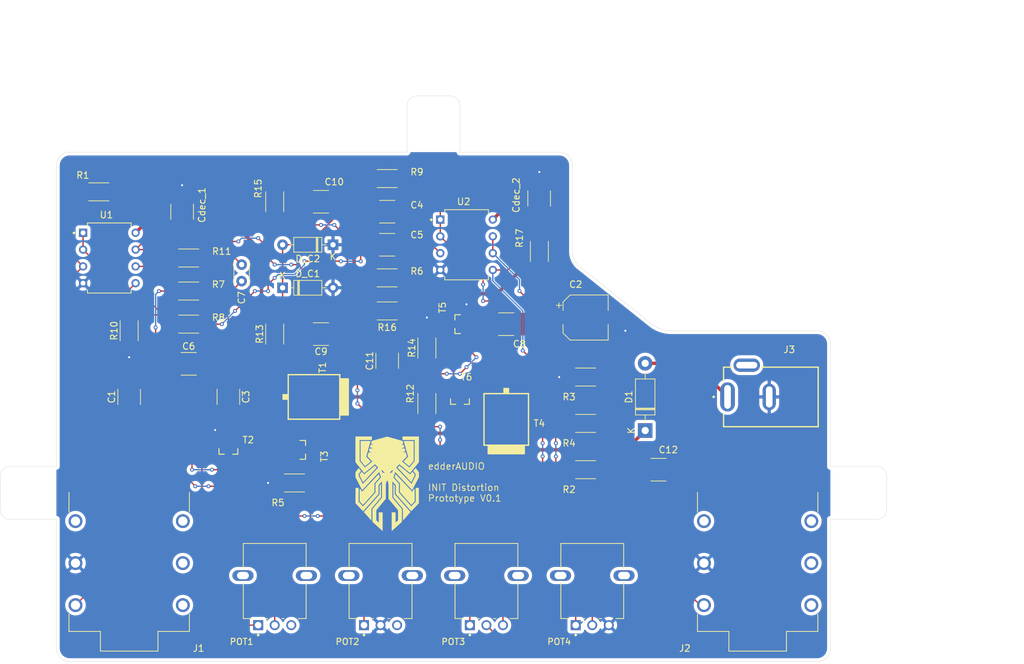
<source format=kicad_pcb>
(kicad_pcb (version 20240108) (generator "pcbnew") (generator_version "8.0")
  (title_block (title "D1 Prototype PCB v0.1") (date "2024-04-12") (rev "v0.1") (company "Krakenvolt Audio Devices"))
  (layers (0 "F.Cu" signal) (31 "B.Cu" signal) (34 "B.Paste" user) (35 "F.Paste" user) (36 "B.SilkS" user "B.Silkscreen") (37 "F.SilkS" user "F.Silkscreen") (38 "B.Mask" user) (39 "F.Mask" user) (44 "Edge.Cuts" user))
  (net 0 "")
  (net 1 "Net-(C1-Pad1)")
  (net 2 "Net-(U1A-1IN+)")
  (net 3 "GND")
  (net 4 "+9V")
  (net 5 "Net-(U1A-1IN-)")
  (net 6 "Net-(C3-Pad2)")
  (net 7 "HF_BOOST")
  (net 8 "Net-(C4-Pad2)")
  (net 9 "Net-(U2A-1IN+)")
  (net 10 "Net-(C6-Pad1)")
  (net 11 "Net-(C7-Pad1)")
  (net 12 "Net-(U1B-2IN-)")
  (net 13 "Net-(U2A-1IN-)")
  (net 14 "Net-(C8-Pad2)")
  (net 15 "Net-(U1B-2OUT)")
  (net 16 "Net-(C9-Pad2)")
  (net 17 "Net-(C10-Pad2)")
  (net 18 "Net-(D_C1-K)")
  (net 19 "Net-(C11-Pad1)")
  (net 20 "Net-(C11-Pad2)")
  (net 21 "Net-(C12-Pad1)")
  (net 22 "Net-(C12-Pad2)")
  (net 23 "Net-(D1-K)")
  (net 24 "Net-(D1-A)")
  (net 35 "Net-(POT2-Pad1)")
  (net 36 "Net-(U2B-2IN+)")
  (net 37 "Net-(POT3-Pad1)")
  (net 38 "Net-(POT3-Pad3)")
  (net 39 "Net-(U2B-2IN-)")
  (net 40 "4.5V")
  (net 41 "Net-(U1B-2IN+)")
  (net 42 "Net-(T1-Pad3)")
  (net 43 "Net-(T4-Pad3)")
  (footprint "Resistor_SMD:R_2010_5025Metric_Pad1.40x2.65mm_HandSolder" (layer "F.Cu") (at 126 62.5 -90)
    (property "Reference" "R15")
    (property "Value" "1k")
  )
  (footprint "TL072:TL072footprint" (layer "F.Cu") (at 101 71)
    (property "Reference" "U1")
    (property "Value" "TL072")
  )
  (footprint "9mm APLHA:POT_RD901F-40-15R1-B100K-00DL1" (layer "F.Cu") (at 142 119 90)
    (property "Reference" "POT2")
    (property "Value" "500k")
  )
  (footprint "Capacitor_SMD:CP_Elec_6.3x5.4" (layer "F.Cu") (at 173 80)
    (property "Reference" "C2")
    (property "Value" "100u")
  )
  (footprint "Resistor_SMD:R_2010_5025Metric_Pad1.40x2.65mm_HandSolder" (layer "F.Cu") (at 99.4 61 180)
    (property "Reference" "R1")
    (property "Value" "1M")
  )
  (footprint "Capacitor_SMD:C_1812_4532Metric_Pad1.57x3.40mm_HandSolder" (layer "F.Cu") (at 113 87)
    (property "Reference" "C6")
    (property "Value" "0.1u")
  )
  (footprint "TL072:TL072footprint" (layer "F.Cu") (at 155 69)
    (property "Reference" "U2")
    (property "Value" "TL072")
  )
  (footprint "Capacitor_SMD:C_1812_4532Metric_Pad1.57x3.40mm_HandSolder" (layer "F.Cu") (at 133 62.5 180)
    (property "Reference" "C10")
    (property "Value" "0.1u")
  )
  (footprint "Jack DCJ200 DC_2.1_THT:GCT_DCJ200-10-A-XX-K_REVA" (layer "F.Cu") (at 201 92 90)
    (property "Reference" "J3")
    (property "Value" "DC jack")
  )
  (footprint "Resistor_SMD:R_2010_5025Metric_Pad1.40x2.65mm_HandSolder" (layer "F.Cu") (at 113 81 180)
    (property "Reference" "R8")
    (property "Value" "10K")
  )
  (footprint "Resistor_SMD:R_2010_5025Metric_Pad1.40x2.65mm_HandSolder" (layer "F.Cu") (at 126 82.5 90)
    (property "Reference" "R13")
    (property "Value" "330")
  )
  (footprint "Resistor_SMD:R_2010_5025Metric_Pad1.40x2.65mm_HandSolder" (layer "F.Cu") (at 149 84.6 90)
    (property "Reference" "R14")
    (property "Value" "R")
  )
  (footprint "Capacitor_SMD:C_1812_4532Metric_Pad1.57x3.40mm_HandSolder" (layer "F.Cu") (at 143 86.54 90)
    (property "Reference" "C11")
    (property "Value" "0.1u")
  )
  (footprint "Resistor_SMD:R_2010_5025Metric_Pad1.40x2.65mm_HandSolder" (layer "F.Cu") (at 129 105 180)
    (property "Reference" "R5")
    (property "Value" "R")
  )
  (footprint "Resistor_SMD:R_2010_5025Metric_Pad1.40x2.65mm_HandSolder" (layer "F.Cu") (at 173 103 180)
    (property "Reference" "R2")
    (property "Value" "47")
  )
  (footprint "MountingHole:MountingHole_3.2mm_M3" (layer "F.Cu") (at 214 106.5)
    (property "Reference" "REF**" (hide yes))
    (property "Value" "MountingHole_3.2mm_M3" (hide yes))
  )
  (footprint "TRS_JACK_6.3mm:NEUTRIK_NMJ6HFD2-AU" (layer "F.Cu") (at 104 106.425 180)
    (property "Reference" "J1")
    (property "Value" "Jack entrada")
  )
  (footprint "Resistor_SMD:R_2010_5025Metric_Pad1.40x2.65mm_HandSolder" (layer "F.Cu") (at 173 96)
    (property "Reference" "R4")
    (property "Value" "1M")
  )
  (footprint "9mm APLHA:POT_RD901F-40-15R1-B100K-00DL1" (layer "F.Cu") (at 158 119 90)
    (property "Reference" "POT3")
    (property "Value" "10K")
  )
  (footprint "Resistor_SMD:R_2010_5025Metric_Pad1.40x2.65mm_HandSolder" (layer "F.Cu") (at 113 71 180)
    (property "Reference" "R11")
    (property "Value" "500k")
  )
  (footprint "Resistor_SMD:R_2010_5025Metric_Pad1.40x2.65mm_HandSolder" (layer "F.Cu") (at 104 82 90)
    (property "Reference" "R10")
    (property "Value" "1M")
  )
  (footprint "MMBF170:SOT23" (layer "F.Cu") (at 130 100 -90)
    (property "Reference" "T3")
    (property "Value" "MMBF170")
  )
  (footprint "9mm APLHA:POT_RD901F-40-15R1-B100K-00DL1" (layer "F.Cu") (at 174 119 90)
    (property "Reference" "POT4")
    (property "Value" "10K")
  )
  (footprint "Capacitor_SMD:C_1812_4532Metric_Pad1.57x3.40mm_HandSolder" (layer "F.Cu") (at 133 82.5 180)
    (property "Reference" "C9")
    (property "Value" "0.1u")
  )
  (footprint "Resistor_SMD:R_2010_5025Metric_Pad1.40x2.65mm_HandSolder" (layer "F.Cu") (at 173 89 180)
    (property "Reference" "R3")
    (property "Value" "1M")
  )
  (footprint "Capacitor_SMD:C_1812_4532Metric_Pad1.57x3.40mm_HandSolder" (layer "F.Cu") (at 184 103)
    (property "Reference" "C12")
    (property "Value" "0.1u")
  )
  (footprint "TRS_JACK_6.3mm:NEUTRIK_NMJ6HFD2-AU" (layer "F.Cu") (at 199 106.425 180)
    (property "Reference" "J2")
    (property "Value" "Jack salida")
  )
  (footprint "MountingHole:MountingHole_3.2mm_M3" (layer "F.Cu") (at 89 106.5)
    (property "Reference" "REF**" (hide yes))
    (property "Value" "MountingHole_3.2mm_M3" (hide yes))
  )
  (footprint "Capacitor_THT:C_Disc_D3.4mm_W2.1mm_P2.50mm" (layer "F.Cu") (at 121 74.5 90)
    (property "Reference" "C7")
    (property "Value" "47n")
  )
  (footprint "FDD4141:TO252-DPAK" (layer "F.Cu") (at 132.54 92 -90)
    (property "Reference" "T1")
    (property "Value" "FDD4141")
  )
  (footprint "Capacitor_SMD:C_1812_4532Metric_Pad1.57x3.40mm_HandSolder" (layer "F.Cu") (at 165.97 62 90)
    (property "Reference" "Cdec_2")
    (property "Value" "0.01u")
  )
  (footprint "Capacitor_SMD:C_1812_4532Metric_Pad1.57x3.40mm_HandSolder" (layer "F.Cu") (at 143 69)
    (property "Reference" "C5")
    (property "Value" "0.01u")
  )
  (footprint "Diode_THT:D_DO-41_SOD81_P10.16mm_Horizontal" (layer "F.Cu") (at 182 97.08 90)
    (property "Reference" "D1")
    (property "Value" "1N5817")
  )
  (footprint "FDD4141:TO252-DPAK" (layer "F.Cu") (at 161 96 180)
    (property "Reference" "T4")
    (property "Value" "FDD4141")
  )
  (footprint "MountingHole:MountingHole_3.2mm_M3" (layer "F.Cu") (at 150 51 -90)
    (property "Reference" "REF**" (hide yes))
    (property "Value" "MountingHole_3.2mm_M3" (hide yes))
  )
  (footprint "Resistor_SMD:R_2010_5025Metric_Pad1.40x2.65mm_HandSolder" (layer "F.Cu") (at 166 70 90)
    (property "Reference" "R17")
    (property "Value" "1M")
  )
  (footprint "Capacitor_SMD:C_1812_4532Metric_Pad1.57x3.40mm_HandSolder" (layer "F.Cu") (at 119 92 -90)
    (property "Reference" "C3")
    (property "Value" "0.1u")
  )
  (footprint "Resistor_SMD:R_2010_5025Metric_Pad1.40x2.65mm_HandSolder" (layer "F.Cu") (at 149 93 -90)
    (property "Reference" "R12")
    (property "Value" "500k")
  )
  (footprint "Capacitor_SMD:C_1812_4532Metric_Pad1.57x3.40mm_HandSolder" (layer "F.Cu") (at 143 64)
    (property "Reference" "C4")
    (property "Value" "0.01u")
  )
  (footprint "Capacitor_SMD:C_1812_4532Metric_Pad1.57x3.40mm_HandSolder" (layer "F.Cu") (at 161 81 180)
    (property "Reference" "C8")
    (property "Value" "0.01u")
  )
  (footprint "Resistor_SMD:R_2010_5025Metric_Pad1.40x2.65mm_HandSolder" (layer "F.Cu") (at 113 76)
    (property "Reference" "R7")
    (property "Value" "50k")
  )
  (footprint "Resistor_SMD:R_2010_5025Metric_Pad1.40x2.65mm_HandSolder" (layer "F.Cu") (at 143 74)
    (property "Reference" "R6")
    (property "Value" "6.2k")
  )
  (footprint "Capacitor_SMD:C_1812_4532Metric_Pad1.57x3.40mm_HandSolder" (layer "F.Cu") (at 112 64 90)
    (property "Reference" "Cdec_1")
    (property "Value" "0.01u")
  )
  (footprint "9mm APLHA:POT_RD901F-40-15R1-B100K-00DL1" (layer "F.Cu") (at 126 119 90)
    (property "Reference" "POT1")
    (property "Value" "500k")
  )
  (footprint "MMBF170:SOT23" (layer "F.Cu") (at 119 100 180)
    (property "Reference" "T2")
    (property "Value" "MMBF170")
  )
  (footprint "Gráficos:Kraken_15cm" (layer "F.Cu") (at 143 106)
    (property "Reference" "G***" (hide yes))
    (property "Value" "LOGO" (hide yes))
  )
  (footprint "MMBF170:SOT23" (layer "F.Cu") (at 153.9 81 90)
    (property "Reference" "T5")
    (property "Value" "MMBF170")
  )
  (footprint "Resistor_SMD:R_2010_5025Metric_Pad1.40x2.65mm_HandSolder" (layer "F.Cu") (at 143 59 180)
    (property "Reference" "R9")
    (property "Value" "6.2k")
  )
  (footprint "MMBF170:SOT23" (layer "F.Cu") (at 154 92.46 180)
    (property "Reference" "T6")
    (property "Value" "MMBF170")
  )
  (footprint "Resistor_SMD:R_2010_5025Metric_Pad1.40x2.65mm_HandSolder" (layer "F.Cu") (at 143 79 180)
    (property "Reference" "R16")
    (property "Value" "1k")
  )
  (footprint "Capacitor_SMD:C_1812_4532Metric_Pad1.57x3.40mm_HandSolder" (layer "F.Cu") (at 104 92 90)
    (property "Reference" "C1")
    (property "Value" "0.1u")
  )
  (footprint "Diode_THT:D_DO-35_SOD27_P7.62mm_Horizontal" (layer "F.Cu") (at 127.19 75.5)
    (property "Reference" "D_C1")
    (property "Value" "1N914")
  )
  (footprint "Diode_THT:D_DO-35_SOD27_P7.62mm_Horizontal" (layer "F.Cu") (at 134.81 69 180)
    (property "Reference" "D_C2")
    (property "Value" "1N914")
  )
  (gr_arc (start 146 48) (mid 146.43934 46.93934) (end 147.5 46.5) (stroke (width 0.05)) (layer "Edge.Cuts"))
  (gr_line (start 183 81) (end 171.87868 72.12132) (stroke (width 0.05)) (layer "Edge.Cuts"))
  (gr_line (start 154 55) (end 154 48) (stroke (width 0.05)) (layer "Edge.Cuts"))
  (gr_line (start 210 110.5) (end 217 110.5) (stroke (width 0.05)) (layer "Edge.Cuts"))
  (gr_arc (start 218.5 109) (mid 218.06066 110.06066) (end 217 110.5) (stroke (width 0.05)) (layer "Edge.Cuts"))
  (gr_line (start 93 110.5) (end 86 110.5) (stroke (width 0.05)) (layer "Edge.Cuts"))
  (gr_arc (start 169 55) (mid 170.414214 55.585786) (end 171 57) (stroke (width 0.05)) (layer "Edge.Cuts"))
  (gr_line (start 93 110.5) (end 93 130) (stroke (width 0.05)) (layer "Edge.Cuts"))
  (gr_line (start 218.5 109) (end 218.5 104) (stroke (width 0.05)) (layer "Edge.Cuts"))
  (gr_arc (start 84.5 104) (mid 84.93934 102.93934) (end 86 102.5) (stroke (width 0.05)) (layer "Edge.Cuts"))
  (gr_line (start 186 82) (end 208 82) (stroke (width 0.05)) (layer "Edge.Cuts"))
  (gr_line (start 208 132) (end 95 132) (stroke (width 0.05)) (layer "Edge.Cuts"))
  (gr_line (start 84.5 109) (end 84.5 104) (stroke (width 0.05)) (layer "Edge.Cuts"))
  (gr_line (start 210 84) (end 210 102.5) (stroke (width 0.05)) (layer "Edge.Cuts"))
  (gr_arc (start 210 130) (mid 209.414214 131.414214) (end 208 132) (stroke (width 0.05)) (layer "Edge.Cuts"))
  (gr_line (start 146 55) (end 96 55) (stroke (width 0.05)) (layer "Edge.Cuts"))
  (gr_arc (start 152.5 46.5) (mid 153.56066 46.93934) (end 154 48) (stroke (width 0.05)) (layer "Edge.Cuts"))
  (gr_line (start 154 55) (end 169 55) (stroke (width 0.05)) (layer "Edge.Cuts"))
  (gr_arc (start 93 57) (mid 93.585786 55.585786) (end 95 55) (stroke (width 0.05)) (layer "Edge.Cuts"))
  (gr_line (start 210 102.5) (end 217 102.5) (stroke (width 0.05)) (layer "Edge.Cuts"))
  (gr_arc (start 208 82) (mid 209.414214 82.585786) (end 210 84) (stroke (width 0.05)) (layer "Edge.Cuts"))
  (gr_arc (start 86 110.5) (mid 84.93934 110.06066) (end 84.5 109) (stroke (width 0.05)) (layer "Edge.Cuts"))
  (gr_line (start 93 102.5) (end 86 102.5) (stroke (width 0.05)) (layer "Edge.Cuts"))
  (gr_arc (start 186 82) (mid 184.418861 81.743416) (end 183 81) (stroke (width 0.05)) (layer "Edge.Cuts"))
  (gr_line (start 93 102.5) (end 93 57) (stroke (width 0.05)) (layer "Edge.Cuts"))
  (gr_line (start 95 55) (end 96 55) (stroke (width 0.05)) (layer "Edge.Cuts"))
  (gr_line (start 210 110.5) (end 210 130) (stroke (width 0.05)) (layer "Edge.Cuts"))
  (gr_line (start 147.5 46.5) (end 152.5 46.5) (stroke (width 0.05)) (layer "Edge.Cuts"))
  (gr_arc (start 95 132) (mid 93.585786 131.414214) (end 93 130) (stroke (width 0.05)) (layer "Edge.Cuts"))
  (gr_arc (start 171.87868 72.12132) (mid 171.228362 71.14805) (end 171 70) (stroke (width 0.05)) (layer "Edge.Cuts"))
  (gr_line (start 171 57) (end 171 70) (stroke (width 0.05)) (layer "Edge.Cuts"))
  (gr_line (start 146 55) (end 146 48) (stroke (width 0.05)) (layer "Edge.Cuts"))
  (gr_arc (start 217 102.5) (mid 218.06066 102.93934) (end 218.5 104) (stroke (width 0.05)) (layer "Edge.Cuts"))
  (gr_text "edderAUDIO\n\nINIT Distortion\nPrototype V0.1" (at 149.1 107.9 0) (layer "F.SilkS") (effects (font (size 1 1) (thickness 0.125)) (justify left bottom)))
  (segment (start 95.885 123.475) (end 104 115.36) (width 0.2) (layer "F.Cu") (net 1))
  (segment (start 104 115.36) (end 104 94.1375) (width 0.2) (layer "F.Cu") (net 1))
  (segment (start 96 88) (end 95 87) (width 0.2) (layer "F.Cu") (net 2))
  (segment (start 95 87) (end 95 74.3) (width 0.2) (layer "F.Cu") (net 2))
  (segment (start 104 89.8625) (end 101.055994 89.8625) (width 0.2) (layer "F.Cu") (net 2))
  (segment (start 95 74.3) (end 97.03 72.27) (width 0.2) (layer "F.Cu") (net 2))
  (segment (start 97.03 72.27) (end 95 70.24) (width 0.2) (layer "F.Cu") (net 2))
  (segment (start 95 70.24) (end 95 63) (width 0.2) (layer "F.Cu") (net 2))
  (segment (start 95 63) (end 97 61) (width 0.2) (layer "F.Cu") (net 2))
  (segment (start 99.193494 88) (end 96 88) (width 0.2) (layer "F.Cu") (net 2))
  (segment (start 101.055994 89.8625) (end 99.193494 88) (width 0.2) (layer "F.Cu") (net 2))
  (segment (start 177.8 82) (end 179 82) (width 0.2) (layer "F.Cu") (net 3))
  (segment (start 118.05 98.9) (end 118.05 98.05) (width 0.2) (layer "F.Cu") (net 3))
  (segment (start 112 61.8625) (end 112 60) (width 0.2) (layer "F.Cu") (net 3))
  (segment (start 149 82.2) (end 149 80) (width 0.2) (layer "F.Cu") (net 3))
  (segment (start 175.8 80) (end 177.8 82) (width 0.2) (layer "F.Cu") (net 3))
  (segment (start 165.97 58.03) (end 166 58) (width 0.2) (layer "F.Cu") (net 3))
  (segment (start 118.05 98.05) (end 117 97) (width 0.2) (layer "F.Cu") (net 3))
  (segment (start 170.6 89) (end 169 89) (width 0.2) (layer "F.Cu") (net 3))
  (segment (start 165.97 59.8625) (end 165.97 58.03) (width 0.2) (layer "F.Cu") (net 3))
  (segment (start 155 80.05) (end 155 78) (width 0.2) (layer "F.Cu") (net 3))
  (segment (start 104 84.4) (end 104 86) (width 0.2) (layer "F.Cu") (net 3))
  (segment (start 126.6 105) (end 125 105) (width 0.2) (layer "F.Cu") (net 3))
  (via (at 179 82) (size 0.6) (drill 0.3) (layers "F.Cu" "B.Cu") (net 3))
  (via (at 169 89) (size 0.6) (drill 0.3) (layers "F.Cu" "B.Cu") (net 3))
  (via (at 117 97) (size 0.6) (drill 0.3) (layers "F.Cu" "B.Cu") (net 3))
  (via (at 104 86) (size 0.6) (drill 0.3) (layers "F.Cu" "B.Cu") (net 3))
  (via (at 149 80) (size 0.6) (drill 0.3) (layers "F.Cu" "B.Cu") (net 3))
  (via (at 155 78) (size 0.6) (drill 0.3) (layers "F.Cu" "B.Cu") (net 3))
  (via (at 166 58) (size 0.6) (drill 0.3) (layers "F.Cu" "B.Cu") (net 3))
  (via (at 125 105) (size 0.6) (drill 0.3) (layers "F.Cu" "B.Cu") (net 3))
  (via (at 112 60) (size 0.6) (drill 0.3) (layers "F.Cu" "B.Cu") (net 3))
  (segment (start 120.1375 66.1375) (end 124 70) (width 0.5) (layer "F.Cu") (net 4))
  (segment (start 106.0225 66.1375) (end 104.97 67.19) (width 0.5) (layer "F.Cu") (net 4))
  (segment (start 158.56 93.56) (end 161 96) (width 0.5) (layer "F.Cu") (net 4))
  (segment (start 154 96) (end 161 96) (width 0.5) (layer "F.Cu") (net 4))
  (segment (start 160.0225 64.1375) (end 158.97 65.19) (width 0.5) (layer "F.Cu") (net 4))
  (segment (start 169 78.8) (end 170.2 80) (width 0.5) (layer "F.Cu") (net 4))
  (segment (start 169 65) (end 169 78.8) (width 0.5) (layer "F.Cu") (net 4))
  (segment (start 161 96) (end 165 100) (width 0.5) (layer "F.Cu") (net 4))
  (segment (start 124 78) (end 122 80) (width 0.5) (layer "F.Cu") (net 4))
  (segment (start 165.97 64.1375) (end 160.0225 64.1375) (width 0.5) (layer "F.Cu") (net 4))
  (segment (start 172.4 100) (end 175.4 103) (width 0.5) (layer "F.Cu") (net 4))
  (segment (start 165.97 64.1375) (end 168.1375 64.1375) (width 0.5) (layer "F.Cu") (net 4))
  (segment (start 172 80) (end 178 86) (width 0.5) (layer "F.Cu") (net 4))
  (segment (start 139 92) (end 144.5 97.5) (width 0.5) (layer "F.Cu") (net 4))
  (segment (start 112 66.1375) (end 120.1375 66.1375) (width 0.5) (layer "F.Cu") (net 4))
  (segment (start 154 93.56) (end 158.56 93.56) (width 0.5) (layer "F.Cu") (net 4))
  (segment (start 132.54 89.54) (end 132.54 92) (width 0.5) (layer "F.Cu") (net 4))
  (segment (start 178 86) (end 178 93.4) (width 0.5) (layer "F.Cu") (net 4))
  (segment (start 122 80) (end 122 86) (width 0.5) (layer "F.Cu") (net 4))
  (segment (start 178 93.4) (end 175.4 96) (width 0.5) (layer "F.Cu") (net 4))
  (segment (start 132.54 92) (end 139 92) (width 0.5) (layer "F.Cu") (net 4))
  (segment (start 112 66.1375) (end 106.0225 66.1375) (width 0.5) (layer "F.Cu") (net 4))
  (segment (start 132.54 98.56) (end 131.1 100) (width 0.5) (layer "F.Cu") (net 4))
  (segment (start 123 87) (end 130 87) (width 0.5) (layer "F.Cu") (net 4))
  (segment (start 175.4 103) (end 175.4 96) (width 0.5) (layer "F.Cu") (net 4))
  (segment (start 144.5 97.5) (end 152.5 97.5) (width 0.5) (layer "F.Cu") (net 4))
  (segment (start 132.54 92) (end 132.54 98.56) (width 0.5) (layer "F.Cu") (net 4))
  (segment (start 130 87) (end 132.54 89.54) (width 0.5) (layer "F.Cu") (net 4))
  (segment (start 122 86) (end 123 87) (width 0.5) (layer "F.Cu") (net 4))
  (segment (start 152.5 97.5) (end 154 96) (width 0.5) (layer "F.Cu") (net 4))
  (segment (start 168.1375 64.1375) (end 169 65) (width 0.5) (layer "F.Cu") (net 4))
  (segment (start 170.2 80) (end 172 80) (width 0.5) (layer "F.Cu") (net 4))
  (segment (start 124 70) (end 124 78) (width 0.5) (layer "F.Cu") (net 4))
  (segment (start 165 100) (end 172.4 100) (width 0.5) (layer "F.Cu") (net 4))
  (segment (start 97.03 69.73) (end 100.874293 73.574293) (width 0.2) (layer "F.Cu") (net 5))
  (segment (start 97.03 69.73) (end 97.03 67.19) (width 0.2) (layer "F.Cu") (net 5))
  (segment (start 107 74) (end 107 77.5) (width 0.2) (layer "F.Cu") (net 5))
  (segment (start 100.874293 73.574293) (end 106.574293 73.574293) (width 0.2) (layer "F.Cu") (net 5))
  (segment (start 106.574293 73.574293) (end 107 74) (width 0.2) (layer "F.Cu") (net 5))
  (segment (start 119 80) (end 119 89.8625) (width 0.2) (layer "F.Cu") (net 5))
  (segment (start 108.5 79) (end 118 79) (width 0.2) (layer "F.Cu") (net 5))
  (segment (start 118 79) (end 119 80) (width 0.2) (layer "F.Cu") (net 5))
  (segment (start 107 77.5) (end 108.5 79) (width 0.2) (layer "F.Cu") (net 5))
  (segment (start 123.5 126.5) (end 119.5 126.5) (width 0.2) (layer "F.Cu") (net 6))
  (segment (start 119.95 98.9) (end 119.95 95.0875) (width 0.2) (layer "F.Cu") (net 6))
  (segment (start 119 94.1375) (end 121.8525 94.1375) (width 0.2) (layer "F.Cu") (net 6))
  (segment (start 116.8625 94.1375) (end 119 94.1375) (width 0.2) (layer "F.Cu") (net 6))
  (segment (start 119.5 126.5) (end 115 122) (width 0.2) (layer "F.Cu") (net 6))
  (segment (start 121.8525 94.1375) (end 126.29 89.7) (width 0.2) (layer "F.Cu") (net 6))
  (segment (start 115 122) (end 115 96) (width 0.2) (layer "F.Cu") (net 6))
  (segment (start 115 96) (end 116.8625 94.1375) (width 0.2) (layer "F.Cu") (net 6))
  (segment (start 119.95 95.0875) (end 119 94.1375) (width 0.2) (layer "F.Cu") (net 6))
  (segment (start 139 65.8625) (end 139 71.5) (width 0.2) (layer "F.Cu") (net 7))
  (segment (start 140.8625 64) (end 139 65.8625) (width 0.2) (layer "F.Cu") (net 7))
  (segment (start 115.1375 87) (end 115.1375 81.2625) (width 0.2) (layer "F.Cu") (net 7))
  (segment (start 115.1375 81.2625) (end 115.4 81) (width 0.2) (layer "F.Cu") (net 7))
  (segment (start 115.4 81) (end 118 81) (width 0.2) (layer "F.Cu") (net 7))
  (segment (start 125 75) (end 125 76) (width 0.2) (layer "F.Cu") (net 7))
  (segment (start 120 79) (end 123 76) (width 0.2) (layer "F.Cu") (net 7))
  (segment (start 126 74) (end 125 75) (width 0.2) (layer "F.Cu") (net 7))
  (segment (start 135.973 71.473) (end 136 71.5) (width 0.2) (layer "F.Cu") (net 7))
  (segment (start 130.5 71.473) (end 135.973 71.473) (width 0.2) (layer "F.Cu") (net 7))
  (via (at 136 71.5) (size 0.6) (drill 0.3) (layers "F.Cu" "B.Cu") (net 7))
  (via (at 118 81) (size 0.6) (drill 0.3) (layers "F.Cu" "B.Cu") (net 7))
  (via (at 125 76) (size 0.6) (drill 0.3) (layers "F.Cu" "B.Cu") (net 7))
  (via (at 123 76) (size 0.6) (drill 0.3) (layers "F.Cu" "B.Cu") (net 7))
  (via (at 120 79) (size 0.6) (drill 0.3) (layers "F.Cu" "B.Cu") (net 7))
  (via (at 130.5 71.473) (size 0.6) (drill 0.3) (layers "F.Cu" "B.Cu") (net 7))
  (via (at 126 74) (size 0.6) (drill 0.3) (layers "F.Cu" "B.Cu") (net 7))
  (via (at 139 71.5) (size 0.6) (drill 0.3) (layers "F.Cu" "B.Cu") (net 7))
  (segment (start 126.5 73.5) (end 126 74) (width 0.2) (layer "B.Cu") (net 7))
  (segment (start 118 81) (end 120 79) (width 0.2) (layer "B.Cu") (net 7))
  (segment (start 123 76) (end 125 76) (width 0.2) (layer "B.Cu") (net 7))
  (segment (start 130.5 71.473) (end 130.5 72) (width 0.2) (layer "B.Cu") (net 7))
  (segment (start 136 71.5) (end 139 71.5) (width 0.2) (layer "B.Cu") (net 7))
  (segment (start 129 73.5) (end 126.5 73.5) (width 0.2) (layer "B.Cu") (net 7))
  (segment (start 130.5 72) (end 129 73.5) (width 0.2) (layer "B.Cu") (net 7))
  (segment (start 145.1375 62.187655) (end 145.1375 64) (width 0.2) (layer "F.Cu") (net 8))
  (segment (start 143.133405 66.729095) (end 140.8625 69) (width 0.2) (layer "F.Cu") (net 8))
  (segment (start 145.1375 64) (end 143.141902 65.995598) (width 0.2) (layer "F.Cu") (net 8))
  (segment (start 140.6 59) (end 140.6 60.6) (width 0.2) (layer "F.Cu") (net 8))
  (segment (start 140.6 60.6) (end 141.361205 61.361205) (width 0.2) (layer "F.Cu") (net 8))
  (segment (start 143.141902 65.995598) (end 143.141902 66.729095) (width 0.2) (layer "F.Cu") (net 8))
  (segment (start 144.31105 61.361205) (end 145.1375 62.187655) (width 0.2) (layer "F.Cu") (net 8))
  (segment (start 141.361205 61.361205) (end 144.31105 61.361205) (width 0.2) (layer "F.Cu") (net 8))
  (segment (start 143.141902 66.729095) (end 143.133405 66.729095) (width 0.2) (layer "F.Cu") (net 8))
  (segment (start 145.4 69.2625) (end 145.1375 69) (width 0.2) (layer "F.Cu") (net 9))
  (segment (start 145.4 74) (end 145.4 69.2625) (width 0.2) (layer "F.Cu") (net 9))
  (segment (start 149.76 69) (end 151.03 70.27) (width 0.2) (layer "F.Cu") (net 9))
  (segment (start 145.1375 69) (end 149.76 69) (width 0.2) (layer "F.Cu") (net 9))
  (segment (start 126 117) (end 126 126.5) (width 0.2) (layer "F.Cu") (net 10))
  (segment (start 128.9 102.5) (end 131.4 105) (width 0.2) (layer "F.Cu") (net 10))
  (segment (start 128.9 100.95) (end 128.9 102.5) (width 0.2) (layer "F.Cu") (net 10))
  (segment (start 131.4 105) (end 131.4 111.6) (width 0.2) (layer "F.Cu") (net 10))
  (segment (start 127.823 102.027) (end 124.973 102.027) (width 0.2) (layer "F.Cu") (net 10))
  (segment (start 131.4 111.6) (end 126 117) (width 0.2) (layer "F.Cu") (net 10))
  (segment (start 113.5 91.5) (end 113.5 103) (width 0.2) (layer "F.Cu") (net 10))
  (segment (start 110.8625 88.8625) (end 113.5 91.5) (width 0.2) (layer "F.Cu") (net 10))
  (segment (start 128.9 100.95) (end 127.823 102.027) (width 0.2) (layer "F.Cu") (net 10))
  (segment (start 116.5 103) (end 124 103) (width 0.2) (layer "F.Cu") (net 10))
  (segment (start 110.8625 87) (end 110.8625 88.8625) (width 0.2) (layer "F.Cu") (net 10))
  (segment (start 124.973 102.027) (end 124 103) (width 0.2) (layer "F.Cu") (net 10))
  (via (at 113.5 103) (size 0.6) (drill 0.3) (layers "F.Cu" "B.Cu") (net 10))
  (via (at 116.5 103) (size 0.6) (drill 0.3) (layers "F.Cu" "B.Cu") (net 10))
  (segment (start 113.5 103) (end 116.5 103) (width 0.2) (layer "B.Cu") (net 10))
  (segment (start 119.5 76) (end 115.4 76) (width 0.2) (layer "F.Cu") (net 11))
  (segment (start 121 74.5) (end 119.5 76) (width 0.2) (layer "F.Cu") (net 11))
  (segment (start 109.362517 73.372966) (end 108.259551 72.27) (width 0.2) (layer "F.Cu") (net 12))
  (segment (start 120 71) (end 115.4 71) (width 0.2) (layer "F.Cu") (net 12))
  (segment (start 108.259551 72.27) (end 104.97 72.27) (width 0.2) (layer "F.Cu") (net 12))
  (segment (start 115.4 71) (end 113.027034 73.372966) (width 0.2) (layer "F.Cu") (net 12))
  (segment (start 113.027034 73.372966) (end 109.362517 73.372966) (width 0.2) (layer "F.Cu") (net 12))
  (segment (start 121 72) (end 120 71) (width 0.2) (layer "F.Cu") (net 12))
  (segment (start 145.4 59) (end 148 59) (width 0.2) (layer "F.Cu") (net 13))
  (segment (start 160.496422 78.358922) (end 163.1375 81) (width 0.2) (layer "F.Cu") (net 13))
  (segment (start 157.5 77.5) (end 159.6375 77.5) (width 0.2) (layer "F.Cu") (net 13))
  (segment (start 151.03 67.73) (end 157.5 74.2) (width 0.2) (layer "F.Cu") (net 13))
  (segment (start 151.03 67.73) (end 151.03 65.19) (width 0.2) (layer "F.Cu") (net 13))
  (segment (start 148 59) (end 151.03 62.03) (width 0.2) (layer "F.Cu") (net 13))
  (segment (start 151.03 62.03) (end 151.03 65.19) (width 0.2) (layer "F.Cu") (net 13))
  (segment (start 157.5 74.2) (end 157.5 75) (width 0.2) (layer "F.Cu") (net 13))
  (segment (start 159.6375 77.5) (end 160.496422 78.358922) (width 0.2) (layer "F.Cu") (net 13))
  (via (at 157.5 75) (size 0.6) (drill 0.3) (layers "F.Cu" "B.Cu") (net 13))
  (via (at 157.5 77.5) (size 0.6) (drill 0.3) (layers "F.Cu" "B.Cu") (net 13))
  (segment (start 157.5 75) (end 157.5 77.5) (width 0.2) (layer "B.Cu") (net 13))
  (segment (start 155 81.95) (end 157.9125 81.95) (width 0.2) (layer "F.Cu") (net 14))
  (segment (start 155 81.95) (end 155 84.5) (width 0.2) (layer "F.Cu") (net 14))
  (segment (start 163.3 87.3) (end 158.8625 82.8625) (width 0.2) (layer "F.Cu") (net 14))
  (segment (start 157.9125 81.95) (end 158.8625 81) (width 0.2) (layer "F.Cu") (net 14))
  (segment (start 149 90.6) (end 151.1 88.5) (width 0.2) (layer "F.Cu") (net 14))
  (segment (start 163.3 89.75) (end 163.3 87.3) (width 0.2) (layer "F.Cu") (net 14))
  (segment (start 158.8625 82.8625) (end 158.8625 81) (width 0.2) (layer "F.Cu") (net 14))
  (segment (start 151.1 88.5) (end 152 88.5) (width 0.2) (layer "F.Cu") (net 14))
  (segment (start 154 88.5) (end 155 87.5) (width 0.2) (layer "F.Cu") (net 14))
  (segment (start 155 84.5) (end 156.5 86) (width 0.2) (layer "F.Cu") (net 14))
  (via (at 156.5 86) (size 0.6) (drill 0.3) (layers "F.Cu" "B.Cu") (net 14))
  (via (at 155 87.5) (size 0.6) (drill 0.3) (layers "F.Cu" "B.Cu") (net 14))
  (via (at 154 88.5) (size 0.6) (drill 0.3) (layers "F.Cu" "B.Cu") (net 14))
  (via (at 152 88.5) (size 0.6) (drill 0.3) (layers "F.Cu" "B.Cu") (net 14))
  (segment (start 155 87.5) (end 156.5 86) (width 0.2) (layer "B.Cu") (net 14))
  (segment (start 152 88.5) (end 154 88.5) (width 0.2) (layer "B.Cu") (net 14))
  (segment (start 110.6 71) (end 109.33 69.73) (width 0.2) (layer "F.Cu") (net 15))
  (segment (start 125 69.5) (end 123.5 68) (width 0.2) (layer "F.Cu") (net 15))
  (segment (start 129.5 72) (end 131.6375 74.1375) (width 0.2) (layer "F.Cu") (net 15))
  (segment (start 106.2 68.5) (end 120.5 68.5) (width 0.2) (layer "F.Cu") (net 15))
  (segment (start 109.33 69.73) (end 104.97 69.73) (width 0.2) (layer "F.Cu") (net 15))
  (segment (start 131.6375 74.1375) (end 131.6375 79) (width 0.2) (layer "F.Cu") (net 15))
  (segment (start 126 72) (end 125 71) (width 0.2) (layer "F.Cu") (net 15))
  (segment (start 104.97 69.73) (end 106.2 68.5) (width 0.2) (layer "F.Cu") (net 15))
  (segment (start 125 71) (end 125 69.5) (width 0.2) (layer "F.Cu") (net 15))
  (segment (start 128.5 72) (end 129.5 72) (width 0.2) (layer "F.Cu") (net 15))
  (segment (start 131.6375 79) (end 135.1375 82.5) (width 0.2) (layer "F.Cu") (net 15))
  (via (at 123.5 68) (size 0.6) (drill 0.3) (layers "F.Cu" "B.Cu") (net 15))
  (via (at 120.5 68.5) (size 0.6) (drill 0.3) (layers "F.Cu" "B.Cu") (net 15))
  (via (at 128.5 72) (size 0.6) (drill 0.3) (layers "F.Cu" "B.Cu") (net 15))
  (via (at 126 72) (size 0.6) (drill 0.3) (layers "F.Cu" "B.Cu") (net 15))
  (segment (start 121 68) (end 123.5 68) (width 0.2) (layer "B.Cu") (net 15))
  (segment (start 120.5 68.5) (end 121 68) (width 0.2) (layer "B.Cu") (net 15))
  (segment (start 126 72) (end 128.5 72) (width 0.2) (layer "B.Cu") (net 15))
  (segment (start 128.4625 84.9) (end 126 84.9) (width 0.2) (layer "F.Cu") (net 16))
  (segment (start 130.8625 82.5) (end 128.4625 84.9) (width 0.2) (layer "F.Cu") (net 16))
  (segment (start 128.4625 60.1) (end 130.8625 62.5) (width 0.2) (layer "F.Cu") (net 17))
  (segment (start 126 60.1) (end 128.4625 60.1) (width 0.2) (layer "F.Cu") (net 17))
  (segment (start 126 80.1) (end 127.19 78.91) (width 0.2) (layer "F.Cu") (net 18))
  (segment (start 127.19 78.91) (end 127.19 75.5) (width 0.2) (layer "F.Cu") (net 18))
  (segment (start 135.1375 62.5) (end 135.1375 64.8625) (width 0.2) (layer "F.Cu") (net 18))
  (segment (start 135.1375 64.8625) (end 131 69) (width 0.2) (layer "F.Cu") (net 18))
  (segment (start 131 69) (end 127.19 69) (width 0.2) (layer "F.Cu") (net 18))
  (segment (start 127.19 75.5) (end 127.19 69) (width 0.2) (layer "F.Cu") (net 18))
  (segment (start 153.04 91.36) (end 149 95.4) (width 0.2) (layer "F.Cu") (net 19))
  (segment (start 153.05 88.05) (end 152 87) (width 0.2) (layer "F.Cu") (net 19))
  (segment (start 147.3225 88.6775) (end 149 87) (width 0.2) (layer "F.Cu") (net 19))
  (segment (start 153.05 91.36) (end 153.04 91.36) (width 0.2) (layer "F.Cu") (net 19))
  (segment (start 143 88.6775) (end 147.3225 88.6775) (width 0.2) (layer "F.Cu") (net 19))
  (segment (start 152 87) (end 149 87) (width 0.2) (layer "F.Cu") (net 19))
  (segment (start 153.05 91.36) (end 153.05 88.05) (width 0.2) (layer "F.Cu") (net 19))
  (segment (start 145.4 82.0025) (end 143 84.4025) (width 0.2) (layer "F.Cu") (net 20))
  (segment (start 145.4 79) (end 145.4 82.0025) (width 0.2) (layer "F.Cu") (net 20))
  (segment (start 181.8625 103) (end 174 110.8625) (width 0.2) (layer "F.Cu") (net 21))
  (segment (start 174 110.8625) (end 174 126.5) (width 0.2) (layer "F.Cu") (net 21))
  (segment (start 186.1375 119.3025) (end 190.885 124.05) (width 0.2) (layer "F.Cu") (net 22))
  (segment (start 186.1375 103) (end 186.1375 119.3025) (width 0.2) (layer "F.Cu") (net 22))
  (segment (start 177 106) (end 172 106) (width 0.5) (layer "F.Cu") (net 23))
  (segment (start 178 101.08) (end 178 105) (width 0.5) (layer "F.Cu") (net 23))
  (segment (start 172 106) (end 170.6 104.6) (width 0.5) (layer "F.Cu") (net 23))
  (segment (start 170.6 104.6) (end 170.6 103) (width 0.5) (layer "F.Cu") (net 23))
  (segment (start 182 97.08) (end 178 101.08) (width 0.5) (layer "F.Cu") (net 23))
  (segment (start 178 105) (end 177 106) (width 0.5) (layer "F.Cu") (net 23))
  (segment (start 182 86.92) (end 189.37 86.92) (width 0.5) (layer "F.Cu") (net 24))
  (segment (start 189.37 86.92) (end 194.45 92) (width 0.5) (layer "F.Cu") (net 24))
  (segment (start 110.6 76) (end 108.5 76) (width 0.2) (layer "F.Cu") (net 35))
  (segment (start 108 88.5) (end 110.5 91) (width 0.2) (layer "F.Cu") (net 35))
  (segment (start 108 81.5) (end 108 88.5) (width 0.2) (layer "F.Cu") (net 35))
  (segment (start 116 105.5) (end 123 105.5) (width 0.2) (layer "F.Cu") (net 35))
  (segment (start 141 122) (end 139.5 123.5) (width 0.2) (layer "F.Cu") (net 35))
  (segment (start 110.5 91) (end 110.5 102) (width 0.2) (layer "F.Cu") (net 35))
  (segment (start 132.5 110) (end 136.5 110) (width 0.2) (layer "F.Cu") (net 35))
  (segment (start 127.5 110) (end 130.5 110) (width 0.2) (layer "F.Cu") (net 35))
  (segment (start 136.5 110) (end 141 114.5) (width 0.2) (layer "F.Cu") (net 35))
  (segment (start 141 114.5) (end 141 122) (width 0.2) (layer "F.Cu") (net 35))
  (segment (start 110.5 102) (end 114 105.5) (width 0.2) (layer "F.Cu") (net 35))
  (segment (start 123 105.5) (end 127.5 110) (width 0.2) (layer "F.Cu") (net 35))
  (segment (start 139.5 123.5) (end 139.5 126.5) (width 0.2) (layer "F.Cu") (net 35))
  (via (at 108.5 76) (size 0.6) (drill 0.3) (layers "F.Cu" "B.Cu") (net 35))
  (via (at 116 105.5) (size 0.6) (drill 0.3) (layers "F.Cu" "B.Cu") (net 35))
  (via (at 114 105.5) (size 0.6) (drill 0.3) (layers "F.Cu" "B.Cu") (net 35))
  (via (at 108 81.5) (size 0.6) (drill 0.3) (layers "F.Cu" "B.Cu") (net 35))
  (via (at 130.5 110) (size 0.6) (drill 0.3) (layers "F.Cu" "B.Cu") (net 35))
  (via (at 132.5 110) (size 0.6) (drill 0.3) (layers "F.Cu" "B.Cu") (net 35))
  (segment (start 108 76.5) (end 108 81.5) (width 0.2) (layer "B.Cu") (net 35))
  (segment (start 114 105.5) (end 116 105.5) (width 0.2) (layer "B.Cu") (net 35))
  (segment (start 108.5 76) (end 108 76.5) (width 0.2) (layer "B.Cu") (net 35))
  (segment (start 130.5 110) (end 132.5 110) (width 0.2) (layer "B.Cu") (net 35))
  (segment (start 163.5 128.5) (end 160 128.5) (width 0.2) (layer "F.Cu") (net 36))
  (segment (start 166.5 101) (end 166.5 125.5) (width 0.2) (layer "F.Cu") (net 36))
  (segment (start 166.5 125.5) (end 163.5 128.5) (width 0.2) (layer "F.Cu") (net 36))
  (segment (start 161.19 72.81) (end 158.97 72.81) (width 0.2) (layer "F.Cu") (net 36))
  (segment (start 164.4 67.6) (end 162 70) (width 0.2) (layer "F.Cu") (net 36))
  (segment (start 162 70) (end 162 72) (width 0.2) (layer "F.Cu") (net 36))
  (segment (start 166 67.6) (end 164.4 67.6) (width 0.2) (layer "F.Cu") (net 36))
  (segment (start 162 72) (end 161.19 72.81) (width 0.2) (layer "F.Cu") (net 36))
  (segment (start 166.5 88) (end 166.5 99) (width 0.2) (layer "F.Cu") (net 36))
  (segment (start 163.5 85) (end 166.5 88) (width 0.2) (layer "F.Cu") (net 36))
  (segment (start 160 128.5) (end 158 126.5) (width 0.2) (layer "F.Cu") (net 36))
  (via (at 166.5 101) (size 0.6) (drill 0.3) (layers "F.Cu" "B.Cu") (net 36))
  (via (at 163.5 85) (size 0.6) (drill 0.3) (layers "F.Cu" "B.Cu") (net 36))
  (via (at 166.5 99) (size 0.6) (drill 0.3) (layers "F.Cu" "B.Cu") (net 36))
  (segment (start 158.97 74.47) (end 163.5 79) (width 0.2) (layer "B.Cu") (net 36))
  (segment (start 166.5 99) (end 166.5 101) (width 0.2) (layer "B.Cu") (net 36))
  (segment (start 158.97 72.81) (end 158.97 74.47) (width 0.2) (layer "B.Cu") (net 36))
  (segment (start 163.5 79) (end 163.5 85) (width 0.2) (layer "B.Cu") (net 36))
  (segment (start 127.1 66) (end 126 64.9) (width 0.2) (layer "F.Cu") (net 37))
  (segment (start 137 68) (end 137 88) (width 0.2) (layer "F.Cu") (net 37))
  (segment (start 133 66) (end 127.1 66) (width 0.2) (layer "F.Cu") (net 37))
  (segment (start 144.5 99) (end 149.5 99) (width 0.2) (layer "F.Cu") (net 37))
  (segment (start 137 88) (end 138.5 89.5) (width 0.2) (layer "F.Cu") (net 37))
  (segment (start 158 121) (end 155.5 123.5) (width 0.2) (layer "F.Cu") (net 37))
  (segment (start 135 66) (end 137 68) (width 0.2) (layer "F.Cu") (net 37))
  (segment (start 138.5 93) (end 144.5 99) (width 0.2) (layer "F.Cu") (net 37))
  (segment (start 138.5 89.5) (end 138.5 91) (width 0.2) (layer "F.Cu") (net 37))
  (segment (start 149.5 99) (end 158 107.5) (width 0.2) (layer "F.Cu") (net 37))
  (segment (start 155.5 123.5) (end 155.5 126.5) (width 0.2) (layer "F.Cu") (net 37))
  (segment (start 158 107.5) (end 158 121) (width 0.2) (layer "F.Cu") (net 37))
  (via (at 135 66) (size 0.6) (drill 0.3) (layers "F.Cu" "B.Cu") (net 37))
  (via (at 138.5 93) (size 0.6) (drill 0.3) (layers "F.Cu" "B.Cu") (net 37))
  (via (at 138.5 91) (size 0.6) (drill 0.3) (layers "F.Cu" "B.Cu") (net 37))
  (via (at 133 66) (size 0.6) (drill 0.3) (layers "F.Cu" "B.Cu") (net 37))
  (segment (start 138.5 91) (end 138.5 93) (width 0.2) (layer "B.Cu") (net 37))
  (segment (start 135 66) (end 133 66) (width 0.2) (layer "B.Cu") (net 37))
  (segment (start 145.5 96.5) (end 139 90) (width 0.2) (layer "F.Cu") (net 38))
  (segment (start 160.5 109) (end 160.5 126.5) (width 0.2) (layer "F.Cu") (net 38))
  (segment (start 151 98.5) (end 151 99.5) (width 0.2) (layer "F.Cu") (net 38))
  (segment (start 151 96.5) (end 145.5 96.5) (width 0.2) (layer "F.Cu") (net 38))
  (segment (start 140.6 81.4) (end 140.6 79) (width 0.2) (layer "F.Cu") (net 38))
  (segment (start 139 83) (end 140.6 81.4) (width 0.2) (layer "F.Cu") (net 38))
  (segment (start 151 99.5) (end 160.5 109) (width 0.2) (layer "F.Cu") (net 38))
  (segment (start 139 90) (end 139 83) (width 0.2) (layer "F.Cu") (net 38))
  (via (at 151 96.5) (size 0.6) (drill 0.3) (layers "F.Cu" "B.Cu") (net 38))
  (via (at 151 98.5) (size 0.6) (drill 0.3) (layers "F.Cu" "B.Cu") (net 38))
  (segment (start 151 96.5) (end 151 98.5) (width 0.2) (layer "B.Cu") (net 38))
  (segment (start 167.5 89.5) (end 167.5 85.5) (width 0.2) (layer "F.Cu") (net 39))
  (segment (start 168.5 99) (end 168.473 98.973) (width 0.2) (layer "F.Cu") (net 39))
  (segment (start 167.5 85.5) (end 165 83) (width 0.2) (layer "F.Cu") (net 39))
  (segment (start 171.5 124.5) (end 173 123) (width 0.2) (layer "F.Cu") (net 39))
  (segment (start 171.5 126.5) (end 171.5 124.5) (width 0.2) (layer "F.Cu") (net 39))
  (segment (start 173 123) (end 173 111) (width 0.2) (layer "F.Cu") (net 39))
  (segment (start 165 78) (end 165 78.5) (width 0.2) (layer "F.Cu") (net 39))
  (segment (start 163 76) (end 165 78) (width 0.2) (layer "F.Cu") (net 39))
  (segment (start 168.5 106.5) (end 168.5 101) (width 0.2) (layer "F.Cu") (net 39))
  (segment (start 165 83) (end 165 78.5) (width 0.2) (layer "F.Cu") (net 39))
  (segment (start 168.473 98.973) (end 168.473 90.473) (width 0.2) (layer "F.Cu") (net 39))
  (segment (start 173 111) (end 168.5 106.5) (width 0.2) (layer "F.Cu") (net 39))
  (segment (start 158.97 67.73) (end 158.97 70.27) (width 0.2) (layer "F.Cu") (net 39))
  (segment (start 168.473 90.473) (end 167.5 89.5) (width 0.2) (layer "F.Cu") (net 39))
  (via (at 168.5 101) (size 0.6) (drill 0.3) (layers "F.Cu" "B.Cu") (net 39))
  (via (at 163 76) (size 0.6) (drill 0.3) (layers "F.Cu" "B.Cu") (net 39))
  (via (at 168.5 99) (size 0.6) (drill 0.3) (layers "F.Cu" "B.Cu") (net 39))
  (segment (start 158.97 70.27) (end 163 74.3) (width 0.2) (layer "B.Cu") (net 39))
  (segment (start 168.5 101) (end 168.5 99) (width 0.2) (layer "B.Cu") (net 39))
  (segment (start 171.5 126.5) (end 172 126.5) (width 0.2) (layer "B.Cu") (net 39))
  (segment (start 172 126.5) (end 172.5 126) (width 0.2) (layer "B.Cu") (net 39))
  (segment (start 163 74.3) (end 163 76) (width 0.2) (layer "B.Cu") (net 39))
  (segment (start 175.4 89) (end 171.4 85) (width 0.5) (layer "F.Cu") (net 40))
  (segment (start 171 93) (end 174 93) (width 0.5) (layer "F.Cu") (net 40))
  (segment (start 169 85) (end 166 82) (width 0.5) (layer "F.Cu") (net 40))
  (segment (start 166 82) (end 166 72.4) (width 0.5) (layer "F.Cu") (net 40))
  (segment (start 137 57) (end 138 58) (width 0.5) (layer "F.Cu") (net 40))
  (segment (start 101.8 61) (end 105.8 57) (width 0.5) (layer "F.Cu") (net 40))
  (segment (start 170.6 93.4) (end 171 93) (width 0.5) (layer "F.Cu") (net 40))
  (segment (start 171.4 85) (end 169 85) (width 0.5) (layer "F.Cu") (net 40))
  (segment (start 174 93) (end 175.4 91.6) (width 0.5) (layer "F.Cu") (net 40))
  (segment (start 159.593644 76.406356) (end 163.6 72.4) (width 0.5) (layer "F.Cu") (net 40))
  (segment (start 140.6 74) (end 143.006356 76.406356) (width 0.5) (layer "F.Cu") (net 40))
  (segment (start 175.4 91.6) (end 175.4 89) (width 0.5) (layer "F.Cu") (net 40))
  (segment (start 138 58) (end 138 73) (width 0.5) (layer "F.Cu") (net 40))
  (segment (start 139 74) (end 140.6 74) (width 0.5) (layer "F.Cu") (net 40))
  (segment (start 170.6 96) (end 170.6 93.4) (width 0.5) (layer "F.Cu") (net 40))
  (segment (start 138 73) (end 139 74) (width 0.5) (layer "F.Cu") (net 40))
  (segment (start 143.006356 76.406356) (end 159.593644 76.406356) (width 0.5) (layer "F.Cu") (net 40))
  (segment (start 163.6 72.4) (end 166 72.4) (width 0.5) (layer "F.Cu") (net 40))
  (segment (start 105.8 57) (end 137 57) (width 0.5) (layer "F.Cu") (net 40))
  (segment (start 104.97 74.81) (end 104 75.78) (width 0.2) (layer "F.Cu") (net 41))
  (segment (start 104 75.78) (end 104 79.6) (width 0.2) (layer "F.Cu") (net 41))
  (segment (start 109.2 79.6) (end 104 79.6) (width 0.2) (layer "F.Cu") (net 41))
  (segment (start 110.6 81) (end 109.2 79.6) (width 0.2) (layer "F.Cu") (net 41))
  (segment (start 126.95 99.05) (end 128.9 99.05) (width 0.2) (layer "F.Cu") (net 42))
  (segment (start 126.29 96.44) (end 128.9 99.05) (width 0.2) (layer "F.Cu") (net 42))
  (segment (start 126.29 94.3) (end 126.29 96.44) (width 0.2) (layer "F.Cu") (net 42))
  (segment (start 124.9 101.1) (end 126.95 99.05) (width 0.2) (layer "F.Cu") (net 42))
  (segment (start 119 101.1) (end 124.9 101.1) (width 0.2) (layer "F.Cu") (net 42))
  (segment (start 152.8 81) (end 152.8 83.85) (width 0.2) (layer "F.Cu") (net 43))
  (segment (start 152.8 83.85) (end 158.7 89.75) (width 0.2) (layer "F.Cu") (net 43))
  (segment (start 154.95 91.36) (end 157.09 91.36) (width 0.2) (layer "F.Cu") (net 43))
  (segment (start 157.09 91.36) (end 158.7 89.75) (width 0.2) (layer "F.Cu") (net 43))
  (zone (net 3) (net_name "GND") (layer "B.Cu") (connect_pads (clearance 0.5)) (min_thickness 0.25) (fill yes (thermal_gap 0.5) (thermal_bridge_width 0.5))
    (polygon (pts (xy 93 55) (xy 210 55) (xy 210 132) (xy 93 132)))
  )
)
</source>
